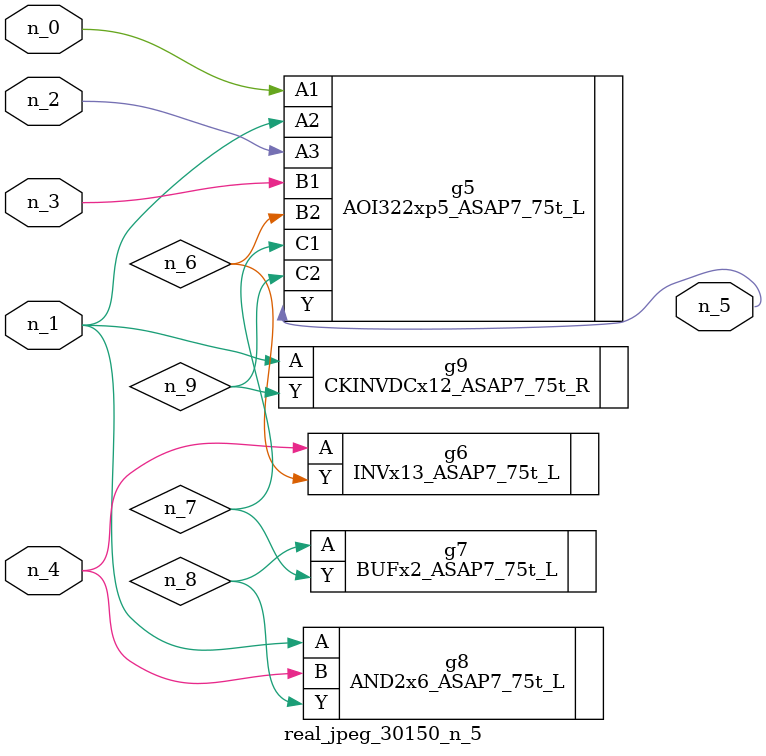
<source format=v>
module real_jpeg_30150_n_5 (n_4, n_0, n_1, n_2, n_3, n_5);

input n_4;
input n_0;
input n_1;
input n_2;
input n_3;

output n_5;

wire n_8;
wire n_6;
wire n_7;
wire n_9;

AOI322xp5_ASAP7_75t_L g5 ( 
.A1(n_0),
.A2(n_1),
.A3(n_2),
.B1(n_3),
.B2(n_6),
.C1(n_7),
.C2(n_9),
.Y(n_5)
);

AND2x6_ASAP7_75t_L g8 ( 
.A(n_1),
.B(n_4),
.Y(n_8)
);

CKINVDCx12_ASAP7_75t_R g9 ( 
.A(n_1),
.Y(n_9)
);

INVx13_ASAP7_75t_L g6 ( 
.A(n_4),
.Y(n_6)
);

BUFx2_ASAP7_75t_L g7 ( 
.A(n_8),
.Y(n_7)
);


endmodule
</source>
